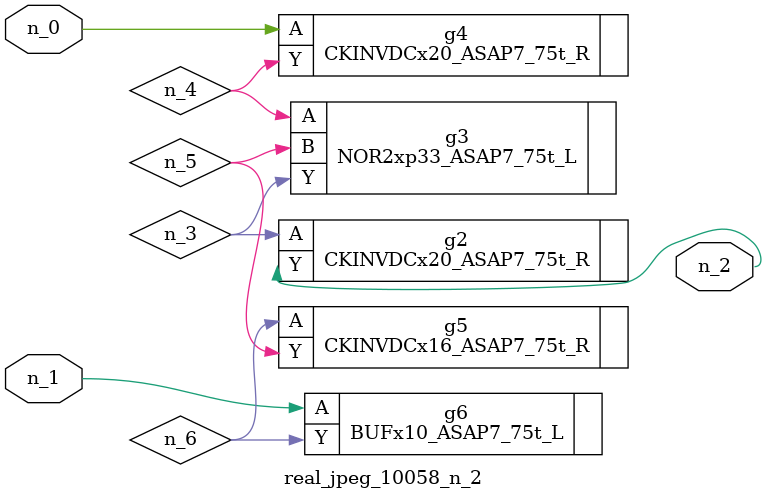
<source format=v>
module real_jpeg_10058_n_2 (n_1, n_0, n_2);

input n_1;
input n_0;

output n_2;

wire n_5;
wire n_4;
wire n_6;
wire n_3;

CKINVDCx20_ASAP7_75t_R g4 ( 
.A(n_0),
.Y(n_4)
);

BUFx10_ASAP7_75t_L g6 ( 
.A(n_1),
.Y(n_6)
);

CKINVDCx20_ASAP7_75t_R g2 ( 
.A(n_3),
.Y(n_2)
);

NOR2xp33_ASAP7_75t_L g3 ( 
.A(n_4),
.B(n_5),
.Y(n_3)
);

CKINVDCx16_ASAP7_75t_R g5 ( 
.A(n_6),
.Y(n_5)
);


endmodule
</source>
